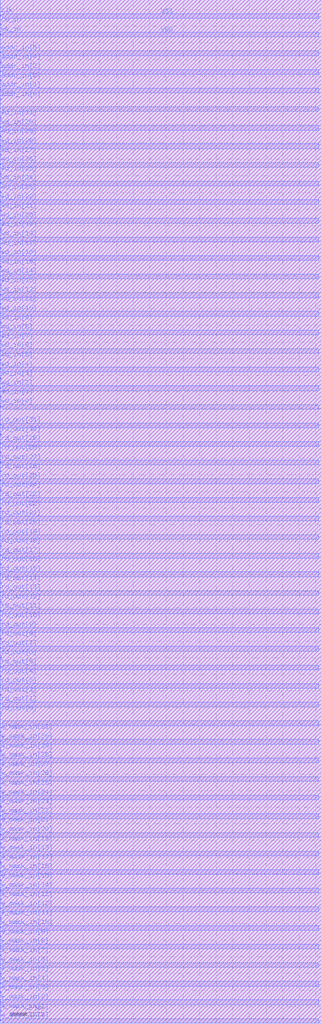
<source format=lef>
# Generated by FakeRAM 2.0
VERSION 5.7 ;
BUSBITCHARS "[]" ;
PROPERTYDEFINITIONS
  MACRO width INTEGER ;
  MACRO depth INTEGER ;
  MACRO banks INTEGER ;
END PROPERTYDEFINITIONS
MACRO fakeram45_64x32
  PROPERTY width 32 ;
  PROPERTY depth 64 ;
  PROPERTY banks 1 ;
  FOREIGN fakeram45_64x32 0 0 ;
  SYMMETRY X Y R90 ;
  SIZE 19.320 BY 61.600 ;
  CLASS BLOCK ;
  PIN w_mask_in[0]
    DIRECTION INPUT ;
    USE SIGNAL ;
    SHAPE ABUTMENT ;
    PORT
      LAYER metal3 ;
      RECT 0.000 0.140 0.070 0.210 ;
    END
  END w_mask_in[0]
  PIN w_mask_in[1]
    DIRECTION INPUT ;
    USE SIGNAL ;
    SHAPE ABUTMENT ;
    PORT
      LAYER metal3 ;
      RECT 0.000 0.700 0.070 0.770 ;
    END
  END w_mask_in[1]
  PIN w_mask_in[2]
    DIRECTION INPUT ;
    USE SIGNAL ;
    SHAPE ABUTMENT ;
    PORT
      LAYER metal3 ;
      RECT 0.000 1.260 0.070 1.330 ;
    END
  END w_mask_in[2]
  PIN w_mask_in[3]
    DIRECTION INPUT ;
    USE SIGNAL ;
    SHAPE ABUTMENT ;
    PORT
      LAYER metal3 ;
      RECT 0.000 1.820 0.070 1.890 ;
    END
  END w_mask_in[3]
  PIN w_mask_in[4]
    DIRECTION INPUT ;
    USE SIGNAL ;
    SHAPE ABUTMENT ;
    PORT
      LAYER metal3 ;
      RECT 0.000 2.380 0.070 2.450 ;
    END
  END w_mask_in[4]
  PIN w_mask_in[5]
    DIRECTION INPUT ;
    USE SIGNAL ;
    SHAPE ABUTMENT ;
    PORT
      LAYER metal3 ;
      RECT 0.000 2.940 0.070 3.010 ;
    END
  END w_mask_in[5]
  PIN w_mask_in[6]
    DIRECTION INPUT ;
    USE SIGNAL ;
    SHAPE ABUTMENT ;
    PORT
      LAYER metal3 ;
      RECT 0.000 3.500 0.070 3.570 ;
    END
  END w_mask_in[6]
  PIN w_mask_in[7]
    DIRECTION INPUT ;
    USE SIGNAL ;
    SHAPE ABUTMENT ;
    PORT
      LAYER metal3 ;
      RECT 0.000 4.060 0.070 4.130 ;
    END
  END w_mask_in[7]
  PIN w_mask_in[8]
    DIRECTION INPUT ;
    USE SIGNAL ;
    SHAPE ABUTMENT ;
    PORT
      LAYER metal3 ;
      RECT 0.000 4.620 0.070 4.690 ;
    END
  END w_mask_in[8]
  PIN w_mask_in[9]
    DIRECTION INPUT ;
    USE SIGNAL ;
    SHAPE ABUTMENT ;
    PORT
      LAYER metal3 ;
      RECT 0.000 5.180 0.070 5.250 ;
    END
  END w_mask_in[9]
  PIN w_mask_in[10]
    DIRECTION INPUT ;
    USE SIGNAL ;
    SHAPE ABUTMENT ;
    PORT
      LAYER metal3 ;
      RECT 0.000 5.740 0.070 5.810 ;
    END
  END w_mask_in[10]
  PIN w_mask_in[11]
    DIRECTION INPUT ;
    USE SIGNAL ;
    SHAPE ABUTMENT ;
    PORT
      LAYER metal3 ;
      RECT 0.000 6.300 0.070 6.370 ;
    END
  END w_mask_in[11]
  PIN w_mask_in[12]
    DIRECTION INPUT ;
    USE SIGNAL ;
    SHAPE ABUTMENT ;
    PORT
      LAYER metal3 ;
      RECT 0.000 6.860 0.070 6.930 ;
    END
  END w_mask_in[12]
  PIN w_mask_in[13]
    DIRECTION INPUT ;
    USE SIGNAL ;
    SHAPE ABUTMENT ;
    PORT
      LAYER metal3 ;
      RECT 0.000 7.420 0.070 7.490 ;
    END
  END w_mask_in[13]
  PIN w_mask_in[14]
    DIRECTION INPUT ;
    USE SIGNAL ;
    SHAPE ABUTMENT ;
    PORT
      LAYER metal3 ;
      RECT 0.000 7.980 0.070 8.050 ;
    END
  END w_mask_in[14]
  PIN w_mask_in[15]
    DIRECTION INPUT ;
    USE SIGNAL ;
    SHAPE ABUTMENT ;
    PORT
      LAYER metal3 ;
      RECT 0.000 8.540 0.070 8.610 ;
    END
  END w_mask_in[15]
  PIN w_mask_in[16]
    DIRECTION INPUT ;
    USE SIGNAL ;
    SHAPE ABUTMENT ;
    PORT
      LAYER metal3 ;
      RECT 0.000 9.100 0.070 9.170 ;
    END
  END w_mask_in[16]
  PIN w_mask_in[17]
    DIRECTION INPUT ;
    USE SIGNAL ;
    SHAPE ABUTMENT ;
    PORT
      LAYER metal3 ;
      RECT 0.000 9.660 0.070 9.730 ;
    END
  END w_mask_in[17]
  PIN w_mask_in[18]
    DIRECTION INPUT ;
    USE SIGNAL ;
    SHAPE ABUTMENT ;
    PORT
      LAYER metal3 ;
      RECT 0.000 10.220 0.070 10.290 ;
    END
  END w_mask_in[18]
  PIN w_mask_in[19]
    DIRECTION INPUT ;
    USE SIGNAL ;
    SHAPE ABUTMENT ;
    PORT
      LAYER metal3 ;
      RECT 0.000 10.780 0.070 10.850 ;
    END
  END w_mask_in[19]
  PIN w_mask_in[20]
    DIRECTION INPUT ;
    USE SIGNAL ;
    SHAPE ABUTMENT ;
    PORT
      LAYER metal3 ;
      RECT 0.000 11.340 0.070 11.410 ;
    END
  END w_mask_in[20]
  PIN w_mask_in[21]
    DIRECTION INPUT ;
    USE SIGNAL ;
    SHAPE ABUTMENT ;
    PORT
      LAYER metal3 ;
      RECT 0.000 11.900 0.070 11.970 ;
    END
  END w_mask_in[21]
  PIN w_mask_in[22]
    DIRECTION INPUT ;
    USE SIGNAL ;
    SHAPE ABUTMENT ;
    PORT
      LAYER metal3 ;
      RECT 0.000 12.460 0.070 12.530 ;
    END
  END w_mask_in[22]
  PIN w_mask_in[23]
    DIRECTION INPUT ;
    USE SIGNAL ;
    SHAPE ABUTMENT ;
    PORT
      LAYER metal3 ;
      RECT 0.000 13.020 0.070 13.090 ;
    END
  END w_mask_in[23]
  PIN w_mask_in[24]
    DIRECTION INPUT ;
    USE SIGNAL ;
    SHAPE ABUTMENT ;
    PORT
      LAYER metal3 ;
      RECT 0.000 13.580 0.070 13.650 ;
    END
  END w_mask_in[24]
  PIN w_mask_in[25]
    DIRECTION INPUT ;
    USE SIGNAL ;
    SHAPE ABUTMENT ;
    PORT
      LAYER metal3 ;
      RECT 0.000 14.140 0.070 14.210 ;
    END
  END w_mask_in[25]
  PIN w_mask_in[26]
    DIRECTION INPUT ;
    USE SIGNAL ;
    SHAPE ABUTMENT ;
    PORT
      LAYER metal3 ;
      RECT 0.000 14.700 0.070 14.770 ;
    END
  END w_mask_in[26]
  PIN w_mask_in[27]
    DIRECTION INPUT ;
    USE SIGNAL ;
    SHAPE ABUTMENT ;
    PORT
      LAYER metal3 ;
      RECT 0.000 15.260 0.070 15.330 ;
    END
  END w_mask_in[27]
  PIN w_mask_in[28]
    DIRECTION INPUT ;
    USE SIGNAL ;
    SHAPE ABUTMENT ;
    PORT
      LAYER metal3 ;
      RECT 0.000 15.820 0.070 15.890 ;
    END
  END w_mask_in[28]
  PIN w_mask_in[29]
    DIRECTION INPUT ;
    USE SIGNAL ;
    SHAPE ABUTMENT ;
    PORT
      LAYER metal3 ;
      RECT 0.000 16.380 0.070 16.450 ;
    END
  END w_mask_in[29]
  PIN w_mask_in[30]
    DIRECTION INPUT ;
    USE SIGNAL ;
    SHAPE ABUTMENT ;
    PORT
      LAYER metal3 ;
      RECT 0.000 16.940 0.070 17.010 ;
    END
  END w_mask_in[30]
  PIN w_mask_in[31]
    DIRECTION INPUT ;
    USE SIGNAL ;
    SHAPE ABUTMENT ;
    PORT
      LAYER metal3 ;
      RECT 0.000 17.500 0.070 17.570 ;
    END
  END w_mask_in[31]
  PIN rd_out[0]
    DIRECTION OUTPUT ;
    USE SIGNAL ;
    SHAPE ABUTMENT ;
    PORT
      LAYER metal3 ;
      RECT 0.000 18.620 0.070 18.690 ;
    END
  END rd_out[0]
  PIN rd_out[1]
    DIRECTION OUTPUT ;
    USE SIGNAL ;
    SHAPE ABUTMENT ;
    PORT
      LAYER metal3 ;
      RECT 0.000 19.180 0.070 19.250 ;
    END
  END rd_out[1]
  PIN rd_out[2]
    DIRECTION OUTPUT ;
    USE SIGNAL ;
    SHAPE ABUTMENT ;
    PORT
      LAYER metal3 ;
      RECT 0.000 19.740 0.070 19.810 ;
    END
  END rd_out[2]
  PIN rd_out[3]
    DIRECTION OUTPUT ;
    USE SIGNAL ;
    SHAPE ABUTMENT ;
    PORT
      LAYER metal3 ;
      RECT 0.000 20.300 0.070 20.370 ;
    END
  END rd_out[3]
  PIN rd_out[4]
    DIRECTION OUTPUT ;
    USE SIGNAL ;
    SHAPE ABUTMENT ;
    PORT
      LAYER metal3 ;
      RECT 0.000 20.860 0.070 20.930 ;
    END
  END rd_out[4]
  PIN rd_out[5]
    DIRECTION OUTPUT ;
    USE SIGNAL ;
    SHAPE ABUTMENT ;
    PORT
      LAYER metal3 ;
      RECT 0.000 21.420 0.070 21.490 ;
    END
  END rd_out[5]
  PIN rd_out[6]
    DIRECTION OUTPUT ;
    USE SIGNAL ;
    SHAPE ABUTMENT ;
    PORT
      LAYER metal3 ;
      RECT 0.000 21.980 0.070 22.050 ;
    END
  END rd_out[6]
  PIN rd_out[7]
    DIRECTION OUTPUT ;
    USE SIGNAL ;
    SHAPE ABUTMENT ;
    PORT
      LAYER metal3 ;
      RECT 0.000 22.540 0.070 22.610 ;
    END
  END rd_out[7]
  PIN rd_out[8]
    DIRECTION OUTPUT ;
    USE SIGNAL ;
    SHAPE ABUTMENT ;
    PORT
      LAYER metal3 ;
      RECT 0.000 23.100 0.070 23.170 ;
    END
  END rd_out[8]
  PIN rd_out[9]
    DIRECTION OUTPUT ;
    USE SIGNAL ;
    SHAPE ABUTMENT ;
    PORT
      LAYER metal3 ;
      RECT 0.000 23.660 0.070 23.730 ;
    END
  END rd_out[9]
  PIN rd_out[10]
    DIRECTION OUTPUT ;
    USE SIGNAL ;
    SHAPE ABUTMENT ;
    PORT
      LAYER metal3 ;
      RECT 0.000 24.220 0.070 24.290 ;
    END
  END rd_out[10]
  PIN rd_out[11]
    DIRECTION OUTPUT ;
    USE SIGNAL ;
    SHAPE ABUTMENT ;
    PORT
      LAYER metal3 ;
      RECT 0.000 24.780 0.070 24.850 ;
    END
  END rd_out[11]
  PIN rd_out[12]
    DIRECTION OUTPUT ;
    USE SIGNAL ;
    SHAPE ABUTMENT ;
    PORT
      LAYER metal3 ;
      RECT 0.000 25.340 0.070 25.410 ;
    END
  END rd_out[12]
  PIN rd_out[13]
    DIRECTION OUTPUT ;
    USE SIGNAL ;
    SHAPE ABUTMENT ;
    PORT
      LAYER metal3 ;
      RECT 0.000 25.900 0.070 25.970 ;
    END
  END rd_out[13]
  PIN rd_out[14]
    DIRECTION OUTPUT ;
    USE SIGNAL ;
    SHAPE ABUTMENT ;
    PORT
      LAYER metal3 ;
      RECT 0.000 26.460 0.070 26.530 ;
    END
  END rd_out[14]
  PIN rd_out[15]
    DIRECTION OUTPUT ;
    USE SIGNAL ;
    SHAPE ABUTMENT ;
    PORT
      LAYER metal3 ;
      RECT 0.000 27.020 0.070 27.090 ;
    END
  END rd_out[15]
  PIN rd_out[16]
    DIRECTION OUTPUT ;
    USE SIGNAL ;
    SHAPE ABUTMENT ;
    PORT
      LAYER metal3 ;
      RECT 0.000 27.580 0.070 27.650 ;
    END
  END rd_out[16]
  PIN rd_out[17]
    DIRECTION OUTPUT ;
    USE SIGNAL ;
    SHAPE ABUTMENT ;
    PORT
      LAYER metal3 ;
      RECT 0.000 28.140 0.070 28.210 ;
    END
  END rd_out[17]
  PIN rd_out[18]
    DIRECTION OUTPUT ;
    USE SIGNAL ;
    SHAPE ABUTMENT ;
    PORT
      LAYER metal3 ;
      RECT 0.000 28.700 0.070 28.770 ;
    END
  END rd_out[18]
  PIN rd_out[19]
    DIRECTION OUTPUT ;
    USE SIGNAL ;
    SHAPE ABUTMENT ;
    PORT
      LAYER metal3 ;
      RECT 0.000 29.260 0.070 29.330 ;
    END
  END rd_out[19]
  PIN rd_out[20]
    DIRECTION OUTPUT ;
    USE SIGNAL ;
    SHAPE ABUTMENT ;
    PORT
      LAYER metal3 ;
      RECT 0.000 29.820 0.070 29.890 ;
    END
  END rd_out[20]
  PIN rd_out[21]
    DIRECTION OUTPUT ;
    USE SIGNAL ;
    SHAPE ABUTMENT ;
    PORT
      LAYER metal3 ;
      RECT 0.000 30.380 0.070 30.450 ;
    END
  END rd_out[21]
  PIN rd_out[22]
    DIRECTION OUTPUT ;
    USE SIGNAL ;
    SHAPE ABUTMENT ;
    PORT
      LAYER metal3 ;
      RECT 0.000 30.940 0.070 31.010 ;
    END
  END rd_out[22]
  PIN rd_out[23]
    DIRECTION OUTPUT ;
    USE SIGNAL ;
    SHAPE ABUTMENT ;
    PORT
      LAYER metal3 ;
      RECT 0.000 31.500 0.070 31.570 ;
    END
  END rd_out[23]
  PIN rd_out[24]
    DIRECTION OUTPUT ;
    USE SIGNAL ;
    SHAPE ABUTMENT ;
    PORT
      LAYER metal3 ;
      RECT 0.000 32.060 0.070 32.130 ;
    END
  END rd_out[24]
  PIN rd_out[25]
    DIRECTION OUTPUT ;
    USE SIGNAL ;
    SHAPE ABUTMENT ;
    PORT
      LAYER metal3 ;
      RECT 0.000 32.620 0.070 32.690 ;
    END
  END rd_out[25]
  PIN rd_out[26]
    DIRECTION OUTPUT ;
    USE SIGNAL ;
    SHAPE ABUTMENT ;
    PORT
      LAYER metal3 ;
      RECT 0.000 33.180 0.070 33.250 ;
    END
  END rd_out[26]
  PIN rd_out[27]
    DIRECTION OUTPUT ;
    USE SIGNAL ;
    SHAPE ABUTMENT ;
    PORT
      LAYER metal3 ;
      RECT 0.000 33.740 0.070 33.810 ;
    END
  END rd_out[27]
  PIN rd_out[28]
    DIRECTION OUTPUT ;
    USE SIGNAL ;
    SHAPE ABUTMENT ;
    PORT
      LAYER metal3 ;
      RECT 0.000 34.300 0.070 34.370 ;
    END
  END rd_out[28]
  PIN rd_out[29]
    DIRECTION OUTPUT ;
    USE SIGNAL ;
    SHAPE ABUTMENT ;
    PORT
      LAYER metal3 ;
      RECT 0.000 34.860 0.070 34.930 ;
    END
  END rd_out[29]
  PIN rd_out[30]
    DIRECTION OUTPUT ;
    USE SIGNAL ;
    SHAPE ABUTMENT ;
    PORT
      LAYER metal3 ;
      RECT 0.000 35.420 0.070 35.490 ;
    END
  END rd_out[30]
  PIN rd_out[31]
    DIRECTION OUTPUT ;
    USE SIGNAL ;
    SHAPE ABUTMENT ;
    PORT
      LAYER metal3 ;
      RECT 0.000 35.980 0.070 36.050 ;
    END
  END rd_out[31]
  PIN wd_in[0]
    DIRECTION INPUT ;
    USE SIGNAL ;
    SHAPE ABUTMENT ;
    PORT
      LAYER metal3 ;
      RECT 0.000 37.100 0.070 37.170 ;
    END
  END wd_in[0]
  PIN wd_in[1]
    DIRECTION INPUT ;
    USE SIGNAL ;
    SHAPE ABUTMENT ;
    PORT
      LAYER metal3 ;
      RECT 0.000 37.660 0.070 37.730 ;
    END
  END wd_in[1]
  PIN wd_in[2]
    DIRECTION INPUT ;
    USE SIGNAL ;
    SHAPE ABUTMENT ;
    PORT
      LAYER metal3 ;
      RECT 0.000 38.220 0.070 38.290 ;
    END
  END wd_in[2]
  PIN wd_in[3]
    DIRECTION INPUT ;
    USE SIGNAL ;
    SHAPE ABUTMENT ;
    PORT
      LAYER metal3 ;
      RECT 0.000 38.780 0.070 38.850 ;
    END
  END wd_in[3]
  PIN wd_in[4]
    DIRECTION INPUT ;
    USE SIGNAL ;
    SHAPE ABUTMENT ;
    PORT
      LAYER metal3 ;
      RECT 0.000 39.340 0.070 39.410 ;
    END
  END wd_in[4]
  PIN wd_in[5]
    DIRECTION INPUT ;
    USE SIGNAL ;
    SHAPE ABUTMENT ;
    PORT
      LAYER metal3 ;
      RECT 0.000 39.900 0.070 39.970 ;
    END
  END wd_in[5]
  PIN wd_in[6]
    DIRECTION INPUT ;
    USE SIGNAL ;
    SHAPE ABUTMENT ;
    PORT
      LAYER metal3 ;
      RECT 0.000 40.460 0.070 40.530 ;
    END
  END wd_in[6]
  PIN wd_in[7]
    DIRECTION INPUT ;
    USE SIGNAL ;
    SHAPE ABUTMENT ;
    PORT
      LAYER metal3 ;
      RECT 0.000 41.020 0.070 41.090 ;
    END
  END wd_in[7]
  PIN wd_in[8]
    DIRECTION INPUT ;
    USE SIGNAL ;
    SHAPE ABUTMENT ;
    PORT
      LAYER metal3 ;
      RECT 0.000 41.580 0.070 41.650 ;
    END
  END wd_in[8]
  PIN wd_in[9]
    DIRECTION INPUT ;
    USE SIGNAL ;
    SHAPE ABUTMENT ;
    PORT
      LAYER metal3 ;
      RECT 0.000 42.140 0.070 42.210 ;
    END
  END wd_in[9]
  PIN wd_in[10]
    DIRECTION INPUT ;
    USE SIGNAL ;
    SHAPE ABUTMENT ;
    PORT
      LAYER metal3 ;
      RECT 0.000 42.700 0.070 42.770 ;
    END
  END wd_in[10]
  PIN wd_in[11]
    DIRECTION INPUT ;
    USE SIGNAL ;
    SHAPE ABUTMENT ;
    PORT
      LAYER metal3 ;
      RECT 0.000 43.260 0.070 43.330 ;
    END
  END wd_in[11]
  PIN wd_in[12]
    DIRECTION INPUT ;
    USE SIGNAL ;
    SHAPE ABUTMENT ;
    PORT
      LAYER metal3 ;
      RECT 0.000 43.820 0.070 43.890 ;
    END
  END wd_in[12]
  PIN wd_in[13]
    DIRECTION INPUT ;
    USE SIGNAL ;
    SHAPE ABUTMENT ;
    PORT
      LAYER metal3 ;
      RECT 0.000 44.380 0.070 44.450 ;
    END
  END wd_in[13]
  PIN wd_in[14]
    DIRECTION INPUT ;
    USE SIGNAL ;
    SHAPE ABUTMENT ;
    PORT
      LAYER metal3 ;
      RECT 0.000 44.940 0.070 45.010 ;
    END
  END wd_in[14]
  PIN wd_in[15]
    DIRECTION INPUT ;
    USE SIGNAL ;
    SHAPE ABUTMENT ;
    PORT
      LAYER metal3 ;
      RECT 0.000 45.500 0.070 45.570 ;
    END
  END wd_in[15]
  PIN wd_in[16]
    DIRECTION INPUT ;
    USE SIGNAL ;
    SHAPE ABUTMENT ;
    PORT
      LAYER metal3 ;
      RECT 0.000 46.060 0.070 46.130 ;
    END
  END wd_in[16]
  PIN wd_in[17]
    DIRECTION INPUT ;
    USE SIGNAL ;
    SHAPE ABUTMENT ;
    PORT
      LAYER metal3 ;
      RECT 0.000 46.620 0.070 46.690 ;
    END
  END wd_in[17]
  PIN wd_in[18]
    DIRECTION INPUT ;
    USE SIGNAL ;
    SHAPE ABUTMENT ;
    PORT
      LAYER metal3 ;
      RECT 0.000 47.180 0.070 47.250 ;
    END
  END wd_in[18]
  PIN wd_in[19]
    DIRECTION INPUT ;
    USE SIGNAL ;
    SHAPE ABUTMENT ;
    PORT
      LAYER metal3 ;
      RECT 0.000 47.740 0.070 47.810 ;
    END
  END wd_in[19]
  PIN wd_in[20]
    DIRECTION INPUT ;
    USE SIGNAL ;
    SHAPE ABUTMENT ;
    PORT
      LAYER metal3 ;
      RECT 0.000 48.300 0.070 48.370 ;
    END
  END wd_in[20]
  PIN wd_in[21]
    DIRECTION INPUT ;
    USE SIGNAL ;
    SHAPE ABUTMENT ;
    PORT
      LAYER metal3 ;
      RECT 0.000 48.860 0.070 48.930 ;
    END
  END wd_in[21]
  PIN wd_in[22]
    DIRECTION INPUT ;
    USE SIGNAL ;
    SHAPE ABUTMENT ;
    PORT
      LAYER metal3 ;
      RECT 0.000 49.420 0.070 49.490 ;
    END
  END wd_in[22]
  PIN wd_in[23]
    DIRECTION INPUT ;
    USE SIGNAL ;
    SHAPE ABUTMENT ;
    PORT
      LAYER metal3 ;
      RECT 0.000 49.980 0.070 50.050 ;
    END
  END wd_in[23]
  PIN wd_in[24]
    DIRECTION INPUT ;
    USE SIGNAL ;
    SHAPE ABUTMENT ;
    PORT
      LAYER metal3 ;
      RECT 0.000 50.540 0.070 50.610 ;
    END
  END wd_in[24]
  PIN wd_in[25]
    DIRECTION INPUT ;
    USE SIGNAL ;
    SHAPE ABUTMENT ;
    PORT
      LAYER metal3 ;
      RECT 0.000 51.100 0.070 51.170 ;
    END
  END wd_in[25]
  PIN wd_in[26]
    DIRECTION INPUT ;
    USE SIGNAL ;
    SHAPE ABUTMENT ;
    PORT
      LAYER metal3 ;
      RECT 0.000 51.660 0.070 51.730 ;
    END
  END wd_in[26]
  PIN wd_in[27]
    DIRECTION INPUT ;
    USE SIGNAL ;
    SHAPE ABUTMENT ;
    PORT
      LAYER metal3 ;
      RECT 0.000 52.220 0.070 52.290 ;
    END
  END wd_in[27]
  PIN wd_in[28]
    DIRECTION INPUT ;
    USE SIGNAL ;
    SHAPE ABUTMENT ;
    PORT
      LAYER metal3 ;
      RECT 0.000 52.780 0.070 52.850 ;
    END
  END wd_in[28]
  PIN wd_in[29]
    DIRECTION INPUT ;
    USE SIGNAL ;
    SHAPE ABUTMENT ;
    PORT
      LAYER metal3 ;
      RECT 0.000 53.340 0.070 53.410 ;
    END
  END wd_in[29]
  PIN wd_in[30]
    DIRECTION INPUT ;
    USE SIGNAL ;
    SHAPE ABUTMENT ;
    PORT
      LAYER metal3 ;
      RECT 0.000 53.900 0.070 53.970 ;
    END
  END wd_in[30]
  PIN wd_in[31]
    DIRECTION INPUT ;
    USE SIGNAL ;
    SHAPE ABUTMENT ;
    PORT
      LAYER metal3 ;
      RECT 0.000 54.460 0.070 54.530 ;
    END
  END wd_in[31]
  PIN addr_in[0]
    DIRECTION INPUT ;
    USE SIGNAL ;
    SHAPE ABUTMENT ;
    PORT
      LAYER metal3 ;
      RECT 0.000 55.580 0.070 55.650 ;
    END
  END addr_in[0]
  PIN addr_in[1]
    DIRECTION INPUT ;
    USE SIGNAL ;
    SHAPE ABUTMENT ;
    PORT
      LAYER metal3 ;
      RECT 0.000 56.140 0.070 56.210 ;
    END
  END addr_in[1]
  PIN addr_in[2]
    DIRECTION INPUT ;
    USE SIGNAL ;
    SHAPE ABUTMENT ;
    PORT
      LAYER metal3 ;
      RECT 0.000 56.700 0.070 56.770 ;
    END
  END addr_in[2]
  PIN addr_in[3]
    DIRECTION INPUT ;
    USE SIGNAL ;
    SHAPE ABUTMENT ;
    PORT
      LAYER metal3 ;
      RECT 0.000 57.260 0.070 57.330 ;
    END
  END addr_in[3]
  PIN addr_in[4]
    DIRECTION INPUT ;
    USE SIGNAL ;
    SHAPE ABUTMENT ;
    PORT
      LAYER metal3 ;
      RECT 0.000 57.820 0.070 57.890 ;
    END
  END addr_in[4]
  PIN addr_in[5]
    DIRECTION INPUT ;
    USE SIGNAL ;
    SHAPE ABUTMENT ;
    PORT
      LAYER metal3 ;
      RECT 0.000 58.380 0.070 58.450 ;
    END
  END addr_in[5]
  PIN we_in
    DIRECTION INPUT ;
    USE SIGNAL ;
    SHAPE ABUTMENT ;
    PORT
      LAYER metal3 ;
      RECT 0.000 59.500 0.070 59.570 ;
    END
  END we_in
  PIN ce_in
    DIRECTION INPUT ;
    USE SIGNAL ;
    SHAPE ABUTMENT ;
    PORT
      LAYER metal3 ;
      RECT 0.000 60.060 0.070 60.130 ;
    END
  END ce_in
  PIN clk
    DIRECTION INPUT ;
    USE SIGNAL ;
    SHAPE ABUTMENT ;
    PORT
      LAYER metal3 ;
      RECT 0.000 60.620 0.070 60.690 ;
    END
  END clk
  PIN VSS
    DIRECTION INOUT ;
    USE GROUND ;
    PORT
      LAYER metal3 ;
      RECT 0.140 0.000 19.180 0.280 ;
      RECT 0.140 2.240 19.180 2.520 ;
      RECT 0.140 4.480 19.180 4.760 ;
      RECT 0.140 6.720 19.180 7.000 ;
      RECT 0.140 8.960 19.180 9.240 ;
      RECT 0.140 11.200 19.180 11.480 ;
      RECT 0.140 13.440 19.180 13.720 ;
      RECT 0.140 15.680 19.180 15.960 ;
      RECT 0.140 17.920 19.180 18.200 ;
      RECT 0.140 20.160 19.180 20.440 ;
      RECT 0.140 22.400 19.180 22.680 ;
      RECT 0.140 24.640 19.180 24.920 ;
      RECT 0.140 26.880 19.180 27.160 ;
      RECT 0.140 29.120 19.180 29.400 ;
      RECT 0.140 31.360 19.180 31.640 ;
      RECT 0.140 33.600 19.180 33.880 ;
      RECT 0.140 35.840 19.180 36.120 ;
      RECT 0.140 38.080 19.180 38.360 ;
      RECT 0.140 40.320 19.180 40.600 ;
      RECT 0.140 42.560 19.180 42.840 ;
      RECT 0.140 44.800 19.180 45.080 ;
      RECT 0.140 47.040 19.180 47.320 ;
      RECT 0.140 49.280 19.180 49.560 ;
      RECT 0.140 51.520 19.180 51.800 ;
      RECT 0.140 53.760 19.180 54.040 ;
      RECT 0.140 56.000 19.180 56.280 ;
      RECT 0.140 58.240 19.180 58.520 ;
      RECT 0.140 60.480 19.180 60.760 ;
    END
  END VSS
  PIN VDD
    DIRECTION INOUT ;
    USE POWER ;
    PORT
      LAYER metal3 ;
      RECT 0.140 1.120 19.180 1.400 ;
      RECT 0.140 3.360 19.180 3.640 ;
      RECT 0.140 5.600 19.180 5.880 ;
      RECT 0.140 7.840 19.180 8.120 ;
      RECT 0.140 10.080 19.180 10.360 ;
      RECT 0.140 12.320 19.180 12.600 ;
      RECT 0.140 14.560 19.180 14.840 ;
      RECT 0.140 16.800 19.180 17.080 ;
      RECT 0.140 19.040 19.180 19.320 ;
      RECT 0.140 21.280 19.180 21.560 ;
      RECT 0.140 23.520 19.180 23.800 ;
      RECT 0.140 25.760 19.180 26.040 ;
      RECT 0.140 28.000 19.180 28.280 ;
      RECT 0.140 30.240 19.180 30.520 ;
      RECT 0.140 32.480 19.180 32.760 ;
      RECT 0.140 34.720 19.180 35.000 ;
      RECT 0.140 36.960 19.180 37.240 ;
      RECT 0.140 39.200 19.180 39.480 ;
      RECT 0.140 41.440 19.180 41.720 ;
      RECT 0.140 43.680 19.180 43.960 ;
      RECT 0.140 45.920 19.180 46.200 ;
      RECT 0.140 48.160 19.180 48.440 ;
      RECT 0.140 50.400 19.180 50.680 ;
      RECT 0.140 52.640 19.180 52.920 ;
      RECT 0.140 54.880 19.180 55.160 ;
      RECT 0.140 57.120 19.180 57.400 ;
      RECT 0.140 59.360 19.180 59.640 ;
    END
  END VDD
  OBS
    LAYER metal1 ;
    RECT 0 0 19.320 61.600 ;
    LAYER metal2 ;
    RECT 0 0 19.320 61.600 ;
    LAYER metal3 ;
    RECT 0 0 19.320 61.600 ;
  END
END fakeram45_64x32

END LIBRARY

</source>
